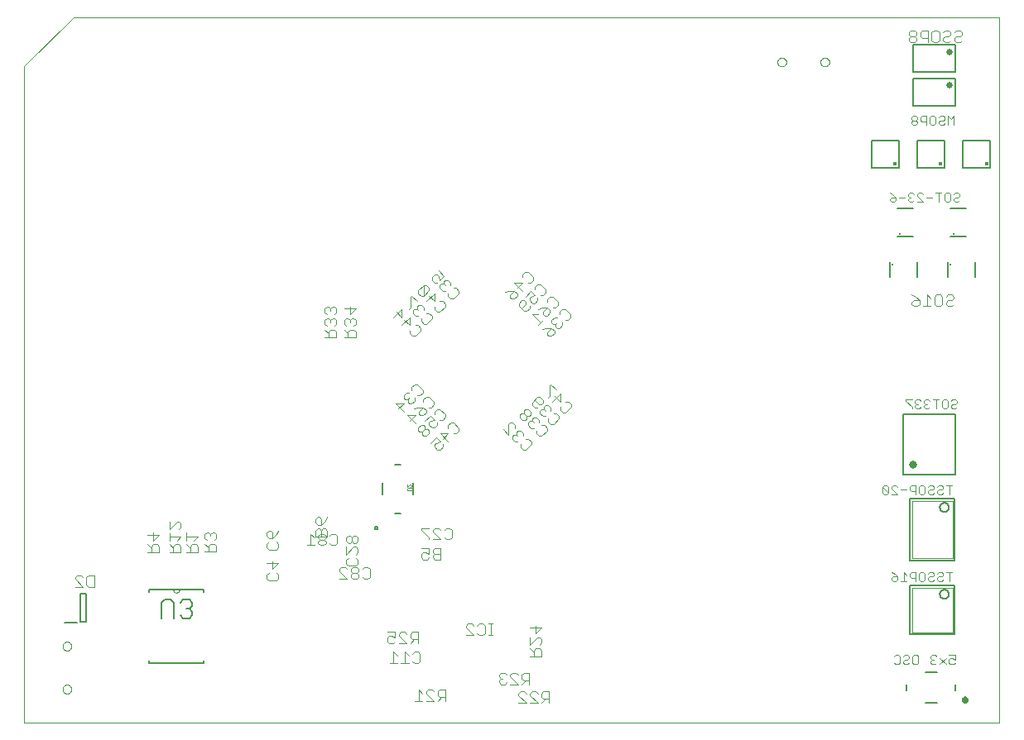
<source format=gbo>
G75*
%MOIN*%
%OFA0B0*%
%FSLAX25Y25*%
%IPPOS*%
%LPD*%
%AMOC8*
5,1,8,0,0,1.08239X$1,22.5*
%
%ADD10C,0.00000*%
%ADD11C,0.00300*%
%ADD12C,0.00400*%
%ADD13C,0.00787*%
%ADD14C,0.00600*%
%ADD15C,0.00800*%
%ADD16C,0.00500*%
%ADD17C,0.00100*%
%ADD18C,0.02559*%
%ADD19C,0.01575*%
%ADD20C,0.00787*%
%ADD21C,0.03150*%
%ADD22C,0.00200*%
D10*
X0007350Y0002825D02*
X0007350Y0267340D01*
X0027035Y0287025D01*
X0399962Y0287025D01*
X0399962Y0002825D01*
X0007350Y0002825D01*
X0022728Y0016214D02*
X0022730Y0016298D01*
X0022736Y0016381D01*
X0022746Y0016464D01*
X0022760Y0016547D01*
X0022777Y0016629D01*
X0022799Y0016710D01*
X0022824Y0016789D01*
X0022853Y0016868D01*
X0022886Y0016945D01*
X0022922Y0017020D01*
X0022962Y0017094D01*
X0023005Y0017166D01*
X0023052Y0017235D01*
X0023102Y0017302D01*
X0023155Y0017367D01*
X0023211Y0017429D01*
X0023269Y0017489D01*
X0023331Y0017546D01*
X0023395Y0017599D01*
X0023462Y0017650D01*
X0023531Y0017697D01*
X0023602Y0017742D01*
X0023675Y0017782D01*
X0023750Y0017819D01*
X0023827Y0017853D01*
X0023905Y0017883D01*
X0023984Y0017909D01*
X0024065Y0017932D01*
X0024147Y0017950D01*
X0024229Y0017965D01*
X0024312Y0017976D01*
X0024395Y0017983D01*
X0024479Y0017986D01*
X0024563Y0017985D01*
X0024646Y0017980D01*
X0024730Y0017971D01*
X0024812Y0017958D01*
X0024894Y0017942D01*
X0024975Y0017921D01*
X0025056Y0017897D01*
X0025134Y0017869D01*
X0025212Y0017837D01*
X0025288Y0017801D01*
X0025362Y0017762D01*
X0025434Y0017720D01*
X0025504Y0017674D01*
X0025572Y0017625D01*
X0025637Y0017573D01*
X0025700Y0017518D01*
X0025760Y0017460D01*
X0025818Y0017399D01*
X0025872Y0017335D01*
X0025924Y0017269D01*
X0025972Y0017201D01*
X0026017Y0017130D01*
X0026058Y0017057D01*
X0026097Y0016983D01*
X0026131Y0016907D01*
X0026162Y0016829D01*
X0026189Y0016750D01*
X0026213Y0016669D01*
X0026232Y0016588D01*
X0026248Y0016506D01*
X0026260Y0016423D01*
X0026268Y0016339D01*
X0026272Y0016256D01*
X0026272Y0016172D01*
X0026268Y0016089D01*
X0026260Y0016005D01*
X0026248Y0015922D01*
X0026232Y0015840D01*
X0026213Y0015759D01*
X0026189Y0015678D01*
X0026162Y0015599D01*
X0026131Y0015521D01*
X0026097Y0015445D01*
X0026058Y0015371D01*
X0026017Y0015298D01*
X0025972Y0015227D01*
X0025924Y0015159D01*
X0025872Y0015093D01*
X0025818Y0015029D01*
X0025760Y0014968D01*
X0025700Y0014910D01*
X0025637Y0014855D01*
X0025572Y0014803D01*
X0025504Y0014754D01*
X0025434Y0014708D01*
X0025362Y0014666D01*
X0025288Y0014627D01*
X0025212Y0014591D01*
X0025134Y0014559D01*
X0025056Y0014531D01*
X0024975Y0014507D01*
X0024894Y0014486D01*
X0024812Y0014470D01*
X0024730Y0014457D01*
X0024646Y0014448D01*
X0024563Y0014443D01*
X0024479Y0014442D01*
X0024395Y0014445D01*
X0024312Y0014452D01*
X0024229Y0014463D01*
X0024147Y0014478D01*
X0024065Y0014496D01*
X0023984Y0014519D01*
X0023905Y0014545D01*
X0023827Y0014575D01*
X0023750Y0014609D01*
X0023675Y0014646D01*
X0023602Y0014686D01*
X0023531Y0014731D01*
X0023462Y0014778D01*
X0023395Y0014829D01*
X0023331Y0014882D01*
X0023269Y0014939D01*
X0023211Y0014999D01*
X0023155Y0015061D01*
X0023102Y0015126D01*
X0023052Y0015193D01*
X0023005Y0015262D01*
X0022962Y0015334D01*
X0022922Y0015408D01*
X0022886Y0015483D01*
X0022853Y0015560D01*
X0022824Y0015639D01*
X0022799Y0015718D01*
X0022777Y0015799D01*
X0022760Y0015881D01*
X0022746Y0015964D01*
X0022736Y0016047D01*
X0022730Y0016130D01*
X0022728Y0016214D01*
X0022728Y0033536D02*
X0022730Y0033620D01*
X0022736Y0033703D01*
X0022746Y0033786D01*
X0022760Y0033869D01*
X0022777Y0033951D01*
X0022799Y0034032D01*
X0022824Y0034111D01*
X0022853Y0034190D01*
X0022886Y0034267D01*
X0022922Y0034342D01*
X0022962Y0034416D01*
X0023005Y0034488D01*
X0023052Y0034557D01*
X0023102Y0034624D01*
X0023155Y0034689D01*
X0023211Y0034751D01*
X0023269Y0034811D01*
X0023331Y0034868D01*
X0023395Y0034921D01*
X0023462Y0034972D01*
X0023531Y0035019D01*
X0023602Y0035064D01*
X0023675Y0035104D01*
X0023750Y0035141D01*
X0023827Y0035175D01*
X0023905Y0035205D01*
X0023984Y0035231D01*
X0024065Y0035254D01*
X0024147Y0035272D01*
X0024229Y0035287D01*
X0024312Y0035298D01*
X0024395Y0035305D01*
X0024479Y0035308D01*
X0024563Y0035307D01*
X0024646Y0035302D01*
X0024730Y0035293D01*
X0024812Y0035280D01*
X0024894Y0035264D01*
X0024975Y0035243D01*
X0025056Y0035219D01*
X0025134Y0035191D01*
X0025212Y0035159D01*
X0025288Y0035123D01*
X0025362Y0035084D01*
X0025434Y0035042D01*
X0025504Y0034996D01*
X0025572Y0034947D01*
X0025637Y0034895D01*
X0025700Y0034840D01*
X0025760Y0034782D01*
X0025818Y0034721D01*
X0025872Y0034657D01*
X0025924Y0034591D01*
X0025972Y0034523D01*
X0026017Y0034452D01*
X0026058Y0034379D01*
X0026097Y0034305D01*
X0026131Y0034229D01*
X0026162Y0034151D01*
X0026189Y0034072D01*
X0026213Y0033991D01*
X0026232Y0033910D01*
X0026248Y0033828D01*
X0026260Y0033745D01*
X0026268Y0033661D01*
X0026272Y0033578D01*
X0026272Y0033494D01*
X0026268Y0033411D01*
X0026260Y0033327D01*
X0026248Y0033244D01*
X0026232Y0033162D01*
X0026213Y0033081D01*
X0026189Y0033000D01*
X0026162Y0032921D01*
X0026131Y0032843D01*
X0026097Y0032767D01*
X0026058Y0032693D01*
X0026017Y0032620D01*
X0025972Y0032549D01*
X0025924Y0032481D01*
X0025872Y0032415D01*
X0025818Y0032351D01*
X0025760Y0032290D01*
X0025700Y0032232D01*
X0025637Y0032177D01*
X0025572Y0032125D01*
X0025504Y0032076D01*
X0025434Y0032030D01*
X0025362Y0031988D01*
X0025288Y0031949D01*
X0025212Y0031913D01*
X0025134Y0031881D01*
X0025056Y0031853D01*
X0024975Y0031829D01*
X0024894Y0031808D01*
X0024812Y0031792D01*
X0024730Y0031779D01*
X0024646Y0031770D01*
X0024563Y0031765D01*
X0024479Y0031764D01*
X0024395Y0031767D01*
X0024312Y0031774D01*
X0024229Y0031785D01*
X0024147Y0031800D01*
X0024065Y0031818D01*
X0023984Y0031841D01*
X0023905Y0031867D01*
X0023827Y0031897D01*
X0023750Y0031931D01*
X0023675Y0031968D01*
X0023602Y0032008D01*
X0023531Y0032053D01*
X0023462Y0032100D01*
X0023395Y0032151D01*
X0023331Y0032204D01*
X0023269Y0032261D01*
X0023211Y0032321D01*
X0023155Y0032383D01*
X0023102Y0032448D01*
X0023052Y0032515D01*
X0023005Y0032584D01*
X0022962Y0032656D01*
X0022922Y0032730D01*
X0022886Y0032805D01*
X0022853Y0032882D01*
X0022824Y0032961D01*
X0022799Y0033040D01*
X0022777Y0033121D01*
X0022760Y0033203D01*
X0022746Y0033286D01*
X0022736Y0033369D01*
X0022730Y0033452D01*
X0022728Y0033536D01*
X0067325Y0056325D02*
X0067327Y0056256D01*
X0067333Y0056188D01*
X0067343Y0056120D01*
X0067356Y0056053D01*
X0067374Y0055987D01*
X0067395Y0055922D01*
X0067420Y0055858D01*
X0067448Y0055796D01*
X0067480Y0055735D01*
X0067515Y0055676D01*
X0067554Y0055620D01*
X0067596Y0055565D01*
X0067641Y0055514D01*
X0067689Y0055464D01*
X0067739Y0055418D01*
X0067792Y0055375D01*
X0067848Y0055334D01*
X0067905Y0055297D01*
X0067965Y0055264D01*
X0068027Y0055233D01*
X0068090Y0055207D01*
X0068154Y0055184D01*
X0068220Y0055164D01*
X0068287Y0055149D01*
X0068354Y0055137D01*
X0068422Y0055129D01*
X0068491Y0055125D01*
X0068559Y0055125D01*
X0068628Y0055129D01*
X0068696Y0055137D01*
X0068763Y0055149D01*
X0068830Y0055164D01*
X0068896Y0055184D01*
X0068960Y0055207D01*
X0069023Y0055233D01*
X0069085Y0055264D01*
X0069145Y0055297D01*
X0069202Y0055334D01*
X0069258Y0055375D01*
X0069311Y0055418D01*
X0069361Y0055464D01*
X0069409Y0055514D01*
X0069454Y0055565D01*
X0069496Y0055620D01*
X0069535Y0055676D01*
X0069570Y0055735D01*
X0069602Y0055796D01*
X0069630Y0055858D01*
X0069655Y0055922D01*
X0069676Y0055987D01*
X0069694Y0056053D01*
X0069707Y0056120D01*
X0069717Y0056188D01*
X0069723Y0056256D01*
X0069725Y0056325D01*
X0310592Y0269025D02*
X0310594Y0269109D01*
X0310600Y0269192D01*
X0310610Y0269275D01*
X0310624Y0269358D01*
X0310641Y0269440D01*
X0310663Y0269521D01*
X0310688Y0269600D01*
X0310717Y0269679D01*
X0310750Y0269756D01*
X0310786Y0269831D01*
X0310826Y0269905D01*
X0310869Y0269977D01*
X0310916Y0270046D01*
X0310966Y0270113D01*
X0311019Y0270178D01*
X0311075Y0270240D01*
X0311133Y0270300D01*
X0311195Y0270357D01*
X0311259Y0270410D01*
X0311326Y0270461D01*
X0311395Y0270508D01*
X0311466Y0270553D01*
X0311539Y0270593D01*
X0311614Y0270630D01*
X0311691Y0270664D01*
X0311769Y0270694D01*
X0311848Y0270720D01*
X0311929Y0270743D01*
X0312011Y0270761D01*
X0312093Y0270776D01*
X0312176Y0270787D01*
X0312259Y0270794D01*
X0312343Y0270797D01*
X0312427Y0270796D01*
X0312510Y0270791D01*
X0312594Y0270782D01*
X0312676Y0270769D01*
X0312758Y0270753D01*
X0312839Y0270732D01*
X0312920Y0270708D01*
X0312998Y0270680D01*
X0313076Y0270648D01*
X0313152Y0270612D01*
X0313226Y0270573D01*
X0313298Y0270531D01*
X0313368Y0270485D01*
X0313436Y0270436D01*
X0313501Y0270384D01*
X0313564Y0270329D01*
X0313624Y0270271D01*
X0313682Y0270210D01*
X0313736Y0270146D01*
X0313788Y0270080D01*
X0313836Y0270012D01*
X0313881Y0269941D01*
X0313922Y0269868D01*
X0313961Y0269794D01*
X0313995Y0269718D01*
X0314026Y0269640D01*
X0314053Y0269561D01*
X0314077Y0269480D01*
X0314096Y0269399D01*
X0314112Y0269317D01*
X0314124Y0269234D01*
X0314132Y0269150D01*
X0314136Y0269067D01*
X0314136Y0268983D01*
X0314132Y0268900D01*
X0314124Y0268816D01*
X0314112Y0268733D01*
X0314096Y0268651D01*
X0314077Y0268570D01*
X0314053Y0268489D01*
X0314026Y0268410D01*
X0313995Y0268332D01*
X0313961Y0268256D01*
X0313922Y0268182D01*
X0313881Y0268109D01*
X0313836Y0268038D01*
X0313788Y0267970D01*
X0313736Y0267904D01*
X0313682Y0267840D01*
X0313624Y0267779D01*
X0313564Y0267721D01*
X0313501Y0267666D01*
X0313436Y0267614D01*
X0313368Y0267565D01*
X0313298Y0267519D01*
X0313226Y0267477D01*
X0313152Y0267438D01*
X0313076Y0267402D01*
X0312998Y0267370D01*
X0312920Y0267342D01*
X0312839Y0267318D01*
X0312758Y0267297D01*
X0312676Y0267281D01*
X0312594Y0267268D01*
X0312510Y0267259D01*
X0312427Y0267254D01*
X0312343Y0267253D01*
X0312259Y0267256D01*
X0312176Y0267263D01*
X0312093Y0267274D01*
X0312011Y0267289D01*
X0311929Y0267307D01*
X0311848Y0267330D01*
X0311769Y0267356D01*
X0311691Y0267386D01*
X0311614Y0267420D01*
X0311539Y0267457D01*
X0311466Y0267497D01*
X0311395Y0267542D01*
X0311326Y0267589D01*
X0311259Y0267640D01*
X0311195Y0267693D01*
X0311133Y0267750D01*
X0311075Y0267810D01*
X0311019Y0267872D01*
X0310966Y0267937D01*
X0310916Y0268004D01*
X0310869Y0268073D01*
X0310826Y0268145D01*
X0310786Y0268219D01*
X0310750Y0268294D01*
X0310717Y0268371D01*
X0310688Y0268450D01*
X0310663Y0268529D01*
X0310641Y0268610D01*
X0310624Y0268692D01*
X0310610Y0268775D01*
X0310600Y0268858D01*
X0310594Y0268941D01*
X0310592Y0269025D01*
X0327914Y0269025D02*
X0327916Y0269109D01*
X0327922Y0269192D01*
X0327932Y0269275D01*
X0327946Y0269358D01*
X0327963Y0269440D01*
X0327985Y0269521D01*
X0328010Y0269600D01*
X0328039Y0269679D01*
X0328072Y0269756D01*
X0328108Y0269831D01*
X0328148Y0269905D01*
X0328191Y0269977D01*
X0328238Y0270046D01*
X0328288Y0270113D01*
X0328341Y0270178D01*
X0328397Y0270240D01*
X0328455Y0270300D01*
X0328517Y0270357D01*
X0328581Y0270410D01*
X0328648Y0270461D01*
X0328717Y0270508D01*
X0328788Y0270553D01*
X0328861Y0270593D01*
X0328936Y0270630D01*
X0329013Y0270664D01*
X0329091Y0270694D01*
X0329170Y0270720D01*
X0329251Y0270743D01*
X0329333Y0270761D01*
X0329415Y0270776D01*
X0329498Y0270787D01*
X0329581Y0270794D01*
X0329665Y0270797D01*
X0329749Y0270796D01*
X0329832Y0270791D01*
X0329916Y0270782D01*
X0329998Y0270769D01*
X0330080Y0270753D01*
X0330161Y0270732D01*
X0330242Y0270708D01*
X0330320Y0270680D01*
X0330398Y0270648D01*
X0330474Y0270612D01*
X0330548Y0270573D01*
X0330620Y0270531D01*
X0330690Y0270485D01*
X0330758Y0270436D01*
X0330823Y0270384D01*
X0330886Y0270329D01*
X0330946Y0270271D01*
X0331004Y0270210D01*
X0331058Y0270146D01*
X0331110Y0270080D01*
X0331158Y0270012D01*
X0331203Y0269941D01*
X0331244Y0269868D01*
X0331283Y0269794D01*
X0331317Y0269718D01*
X0331348Y0269640D01*
X0331375Y0269561D01*
X0331399Y0269480D01*
X0331418Y0269399D01*
X0331434Y0269317D01*
X0331446Y0269234D01*
X0331454Y0269150D01*
X0331458Y0269067D01*
X0331458Y0268983D01*
X0331454Y0268900D01*
X0331446Y0268816D01*
X0331434Y0268733D01*
X0331418Y0268651D01*
X0331399Y0268570D01*
X0331375Y0268489D01*
X0331348Y0268410D01*
X0331317Y0268332D01*
X0331283Y0268256D01*
X0331244Y0268182D01*
X0331203Y0268109D01*
X0331158Y0268038D01*
X0331110Y0267970D01*
X0331058Y0267904D01*
X0331004Y0267840D01*
X0330946Y0267779D01*
X0330886Y0267721D01*
X0330823Y0267666D01*
X0330758Y0267614D01*
X0330690Y0267565D01*
X0330620Y0267519D01*
X0330548Y0267477D01*
X0330474Y0267438D01*
X0330398Y0267402D01*
X0330320Y0267370D01*
X0330242Y0267342D01*
X0330161Y0267318D01*
X0330080Y0267297D01*
X0329998Y0267281D01*
X0329916Y0267268D01*
X0329832Y0267259D01*
X0329749Y0267254D01*
X0329665Y0267253D01*
X0329581Y0267256D01*
X0329498Y0267263D01*
X0329415Y0267274D01*
X0329333Y0267289D01*
X0329251Y0267307D01*
X0329170Y0267330D01*
X0329091Y0267356D01*
X0329013Y0267386D01*
X0328936Y0267420D01*
X0328861Y0267457D01*
X0328788Y0267497D01*
X0328717Y0267542D01*
X0328648Y0267589D01*
X0328581Y0267640D01*
X0328517Y0267693D01*
X0328455Y0267750D01*
X0328397Y0267810D01*
X0328341Y0267872D01*
X0328288Y0267937D01*
X0328238Y0268004D01*
X0328191Y0268073D01*
X0328148Y0268145D01*
X0328108Y0268219D01*
X0328072Y0268294D01*
X0328039Y0268371D01*
X0328010Y0268450D01*
X0327985Y0268529D01*
X0327963Y0268610D01*
X0327946Y0268692D01*
X0327932Y0268775D01*
X0327922Y0268858D01*
X0327916Y0268941D01*
X0327914Y0269025D01*
D11*
X0364476Y0246752D02*
X0364476Y0246134D01*
X0365093Y0245517D01*
X0366328Y0245517D01*
X0366945Y0246134D01*
X0366945Y0246752D01*
X0366328Y0247369D01*
X0365093Y0247369D01*
X0364476Y0246752D01*
X0365093Y0245517D02*
X0364476Y0244900D01*
X0364476Y0244283D01*
X0365093Y0243666D01*
X0366328Y0243666D01*
X0366945Y0244283D01*
X0366945Y0244900D01*
X0366328Y0245517D01*
X0368159Y0245517D02*
X0368777Y0244900D01*
X0370628Y0244900D01*
X0370628Y0243666D02*
X0370628Y0247369D01*
X0368777Y0247369D01*
X0368159Y0246752D01*
X0368159Y0245517D01*
X0371842Y0244283D02*
X0372460Y0243666D01*
X0373694Y0243666D01*
X0374311Y0244283D01*
X0374311Y0246752D01*
X0373694Y0247369D01*
X0372460Y0247369D01*
X0371842Y0246752D01*
X0371842Y0244283D01*
X0375526Y0244283D02*
X0376143Y0243666D01*
X0377377Y0243666D01*
X0377994Y0244283D01*
X0379209Y0243666D02*
X0379209Y0247369D01*
X0380443Y0246134D01*
X0381678Y0247369D01*
X0381678Y0243666D01*
X0377994Y0246134D02*
X0377377Y0245517D01*
X0376143Y0245517D01*
X0375526Y0244900D01*
X0375526Y0244283D01*
X0375526Y0246752D02*
X0376143Y0247369D01*
X0377377Y0247369D01*
X0377994Y0246752D01*
X0377994Y0246134D01*
X0377394Y0132921D02*
X0376788Y0132314D01*
X0376788Y0129888D01*
X0377394Y0129281D01*
X0378608Y0129281D01*
X0379214Y0129888D01*
X0379214Y0132314D01*
X0378608Y0132921D01*
X0377394Y0132921D01*
X0375589Y0132921D02*
X0373162Y0132921D01*
X0374376Y0132921D02*
X0374376Y0129281D01*
X0371964Y0129888D02*
X0371357Y0129281D01*
X0370144Y0129281D01*
X0369537Y0129888D01*
X0369537Y0130494D01*
X0370144Y0131101D01*
X0370751Y0131101D01*
X0370144Y0131101D02*
X0369537Y0131708D01*
X0369537Y0132314D01*
X0370144Y0132921D01*
X0371357Y0132921D01*
X0371964Y0132314D01*
X0368339Y0132314D02*
X0367732Y0132921D01*
X0366519Y0132921D01*
X0365912Y0132314D01*
X0365912Y0131708D01*
X0366519Y0131101D01*
X0365912Y0130494D01*
X0365912Y0129888D01*
X0366519Y0129281D01*
X0367732Y0129281D01*
X0368339Y0129888D01*
X0367126Y0131101D02*
X0366519Y0131101D01*
X0364714Y0129888D02*
X0362287Y0132314D01*
X0362287Y0132921D01*
X0364714Y0132921D01*
X0364714Y0129888D02*
X0364714Y0129281D01*
X0380413Y0129888D02*
X0381019Y0129281D01*
X0382233Y0129281D01*
X0382839Y0129888D01*
X0382233Y0131101D02*
X0381019Y0131101D01*
X0380413Y0130494D01*
X0380413Y0129888D01*
X0382233Y0131101D02*
X0382839Y0131708D01*
X0382839Y0132314D01*
X0382233Y0132921D01*
X0381019Y0132921D01*
X0380413Y0132314D01*
X0379581Y0029953D02*
X0382050Y0029953D01*
X0382050Y0028102D01*
X0380816Y0028719D01*
X0380198Y0028719D01*
X0379581Y0028102D01*
X0379581Y0026867D01*
X0380198Y0026250D01*
X0381433Y0026250D01*
X0382050Y0026867D01*
X0378367Y0026250D02*
X0375898Y0028719D01*
X0374684Y0029336D02*
X0374067Y0029953D01*
X0372832Y0029953D01*
X0372215Y0029336D01*
X0372215Y0028719D01*
X0372832Y0028102D01*
X0372215Y0027484D01*
X0372215Y0026867D01*
X0372832Y0026250D01*
X0374067Y0026250D01*
X0374684Y0026867D01*
X0375898Y0026250D02*
X0378367Y0028719D01*
X0373449Y0028102D02*
X0372832Y0028102D01*
X0367317Y0029336D02*
X0366700Y0029953D01*
X0365466Y0029953D01*
X0364849Y0029336D01*
X0364849Y0026867D01*
X0365466Y0026250D01*
X0366700Y0026250D01*
X0367317Y0026867D01*
X0367317Y0029336D01*
X0363634Y0029336D02*
X0363017Y0029953D01*
X0361783Y0029953D01*
X0361166Y0029336D01*
X0359951Y0029336D02*
X0359334Y0029953D01*
X0358100Y0029953D01*
X0357482Y0029336D01*
X0357482Y0026867D02*
X0358100Y0026250D01*
X0359334Y0026250D01*
X0359951Y0026867D01*
X0359951Y0029336D01*
X0361783Y0028102D02*
X0361166Y0027484D01*
X0361166Y0026867D01*
X0361783Y0026250D01*
X0363017Y0026250D01*
X0363634Y0026867D01*
X0363017Y0028102D02*
X0361783Y0028102D01*
X0363017Y0028102D02*
X0363634Y0028719D01*
X0363634Y0029336D01*
D12*
X0362597Y0059750D02*
X0360195Y0059750D01*
X0361396Y0059750D02*
X0361396Y0063353D01*
X0362597Y0062152D01*
X0363878Y0062753D02*
X0363878Y0061552D01*
X0364478Y0060951D01*
X0366280Y0060951D01*
X0366280Y0059750D02*
X0366280Y0063353D01*
X0364478Y0063353D01*
X0363878Y0062753D01*
X0367561Y0062753D02*
X0367561Y0060351D01*
X0368162Y0059750D01*
X0369363Y0059750D01*
X0369963Y0060351D01*
X0369963Y0062753D01*
X0369363Y0063353D01*
X0368162Y0063353D01*
X0367561Y0062753D01*
X0371244Y0062753D02*
X0371845Y0063353D01*
X0373046Y0063353D01*
X0373646Y0062753D01*
X0373646Y0062152D01*
X0373046Y0061552D01*
X0371845Y0061552D01*
X0371244Y0060951D01*
X0371244Y0060351D01*
X0371845Y0059750D01*
X0373046Y0059750D01*
X0373646Y0060351D01*
X0374927Y0060351D02*
X0375528Y0059750D01*
X0376729Y0059750D01*
X0377329Y0060351D01*
X0376729Y0061552D02*
X0377329Y0062152D01*
X0377329Y0062753D01*
X0376729Y0063353D01*
X0375528Y0063353D01*
X0374927Y0062753D01*
X0375528Y0061552D02*
X0374927Y0060951D01*
X0374927Y0060351D01*
X0375528Y0061552D02*
X0376729Y0061552D01*
X0378610Y0063353D02*
X0381012Y0063353D01*
X0379811Y0063353D02*
X0379811Y0059750D01*
X0358914Y0060351D02*
X0358313Y0059750D01*
X0357112Y0059750D01*
X0356512Y0060351D01*
X0356512Y0060951D01*
X0357112Y0061552D01*
X0358914Y0061552D01*
X0358914Y0060351D01*
X0358914Y0061552D02*
X0357713Y0062753D01*
X0356512Y0063353D01*
X0356512Y0094772D02*
X0358914Y0094772D01*
X0356512Y0097174D01*
X0356512Y0097774D01*
X0357112Y0098375D01*
X0358313Y0098375D01*
X0358914Y0097774D01*
X0360195Y0096573D02*
X0362597Y0096573D01*
X0363878Y0096573D02*
X0364478Y0095973D01*
X0366280Y0095973D01*
X0366280Y0094772D02*
X0366280Y0098375D01*
X0364478Y0098375D01*
X0363878Y0097774D01*
X0363878Y0096573D01*
X0367561Y0095372D02*
X0367561Y0097774D01*
X0368162Y0098375D01*
X0369363Y0098375D01*
X0369963Y0097774D01*
X0369963Y0095372D01*
X0369363Y0094772D01*
X0368162Y0094772D01*
X0367561Y0095372D01*
X0371244Y0095372D02*
X0371845Y0094772D01*
X0373046Y0094772D01*
X0373646Y0095372D01*
X0374927Y0095372D02*
X0375528Y0094772D01*
X0376729Y0094772D01*
X0377329Y0095372D01*
X0376729Y0096573D02*
X0377329Y0097174D01*
X0377329Y0097774D01*
X0376729Y0098375D01*
X0375528Y0098375D01*
X0374927Y0097774D01*
X0373646Y0097774D02*
X0373646Y0097174D01*
X0373046Y0096573D01*
X0371845Y0096573D01*
X0371244Y0095973D01*
X0371244Y0095372D01*
X0371244Y0097774D02*
X0371845Y0098375D01*
X0373046Y0098375D01*
X0373646Y0097774D01*
X0374927Y0095973D02*
X0374927Y0095372D01*
X0374927Y0095973D02*
X0375528Y0096573D01*
X0376729Y0096573D01*
X0378610Y0098375D02*
X0381012Y0098375D01*
X0379811Y0098375D02*
X0379811Y0094772D01*
X0355230Y0095372D02*
X0352828Y0097774D01*
X0352828Y0095372D01*
X0353429Y0094772D01*
X0354630Y0094772D01*
X0355230Y0095372D01*
X0355230Y0097774D01*
X0354630Y0098375D01*
X0353429Y0098375D01*
X0352828Y0097774D01*
X0365424Y0170638D02*
X0364656Y0171405D01*
X0364656Y0172172D01*
X0365424Y0172939D01*
X0367726Y0172939D01*
X0367726Y0171405D01*
X0366958Y0170638D01*
X0365424Y0170638D01*
X0367726Y0172939D02*
X0366191Y0174474D01*
X0364656Y0175241D01*
X0370795Y0175241D02*
X0370795Y0170638D01*
X0372330Y0170638D02*
X0369260Y0170638D01*
X0372330Y0173707D02*
X0370795Y0175241D01*
X0373864Y0174474D02*
X0373864Y0171405D01*
X0374632Y0170638D01*
X0376166Y0170638D01*
X0376934Y0171405D01*
X0376934Y0174474D01*
X0376166Y0175241D01*
X0374632Y0175241D01*
X0373864Y0174474D01*
X0378468Y0174474D02*
X0379236Y0175241D01*
X0380770Y0175241D01*
X0381537Y0174474D01*
X0381537Y0173707D01*
X0380770Y0172939D01*
X0379236Y0172939D01*
X0378468Y0172172D01*
X0378468Y0171405D01*
X0379236Y0170638D01*
X0380770Y0170638D01*
X0381537Y0171405D01*
X0382161Y0212625D02*
X0383362Y0212625D01*
X0383962Y0213226D01*
X0383362Y0214427D02*
X0382161Y0214427D01*
X0381560Y0213826D01*
X0381560Y0213226D01*
X0382161Y0212625D01*
X0380279Y0213226D02*
X0380279Y0215628D01*
X0379679Y0216228D01*
X0378478Y0216228D01*
X0377877Y0215628D01*
X0377877Y0213226D01*
X0378478Y0212625D01*
X0379679Y0212625D01*
X0380279Y0213226D01*
X0381560Y0215628D02*
X0382161Y0216228D01*
X0383362Y0216228D01*
X0383962Y0215628D01*
X0383962Y0215027D01*
X0383362Y0214427D01*
X0376596Y0216228D02*
X0374194Y0216228D01*
X0375395Y0216228D02*
X0375395Y0212625D01*
X0372913Y0214427D02*
X0370511Y0214427D01*
X0369230Y0215628D02*
X0368629Y0216228D01*
X0367428Y0216228D01*
X0366828Y0215628D01*
X0366828Y0215027D01*
X0369230Y0212625D01*
X0366828Y0212625D01*
X0365547Y0213226D02*
X0364946Y0212625D01*
X0363745Y0212625D01*
X0363145Y0213226D01*
X0363145Y0213826D01*
X0363745Y0214427D01*
X0364346Y0214427D01*
X0363745Y0214427D02*
X0363145Y0215027D01*
X0363145Y0215628D01*
X0363745Y0216228D01*
X0364946Y0216228D01*
X0365547Y0215628D01*
X0361864Y0214427D02*
X0359462Y0214427D01*
X0358180Y0214427D02*
X0356379Y0214427D01*
X0355778Y0213826D01*
X0355778Y0213226D01*
X0356379Y0212625D01*
X0357580Y0212625D01*
X0358180Y0213226D01*
X0358180Y0214427D01*
X0356979Y0215628D01*
X0355778Y0216228D01*
X0364223Y0277085D02*
X0365758Y0277085D01*
X0366525Y0277852D01*
X0366525Y0278620D01*
X0365758Y0279387D01*
X0364223Y0279387D01*
X0363456Y0278620D01*
X0363456Y0277852D01*
X0364223Y0277085D01*
X0364223Y0279387D02*
X0363456Y0280154D01*
X0363456Y0280922D01*
X0364223Y0281689D01*
X0365758Y0281689D01*
X0366525Y0280922D01*
X0366525Y0280154D01*
X0365758Y0279387D01*
X0368060Y0279387D02*
X0368827Y0278620D01*
X0371129Y0278620D01*
X0371129Y0277085D02*
X0371129Y0281689D01*
X0368827Y0281689D01*
X0368060Y0280922D01*
X0368060Y0279387D01*
X0372664Y0277852D02*
X0372664Y0280922D01*
X0373431Y0281689D01*
X0374966Y0281689D01*
X0375733Y0280922D01*
X0375733Y0277852D01*
X0374966Y0277085D01*
X0373431Y0277085D01*
X0372664Y0277852D01*
X0377268Y0277852D02*
X0378035Y0277085D01*
X0379570Y0277085D01*
X0380337Y0277852D01*
X0381871Y0277852D02*
X0382639Y0277085D01*
X0384173Y0277085D01*
X0384941Y0277852D01*
X0384173Y0279387D02*
X0382639Y0279387D01*
X0381871Y0278620D01*
X0381871Y0277852D01*
X0379570Y0279387D02*
X0378035Y0279387D01*
X0377268Y0278620D01*
X0377268Y0277852D01*
X0379570Y0279387D02*
X0380337Y0280154D01*
X0380337Y0280922D01*
X0379570Y0281689D01*
X0378035Y0281689D01*
X0377268Y0280922D01*
X0381871Y0280922D02*
X0382639Y0281689D01*
X0384173Y0281689D01*
X0384941Y0280922D01*
X0384941Y0280154D01*
X0384173Y0279387D01*
X0227252Y0167263D02*
X0227252Y0166178D01*
X0226166Y0165093D01*
X0225081Y0165093D01*
X0223996Y0164007D02*
X0223996Y0162922D01*
X0222911Y0161837D01*
X0221826Y0161837D01*
X0221283Y0162380D01*
X0221283Y0163465D01*
X0221826Y0164007D01*
X0221283Y0163465D02*
X0220198Y0163465D01*
X0219655Y0164007D01*
X0219655Y0165093D01*
X0220741Y0166178D01*
X0221826Y0166178D01*
X0222911Y0167263D02*
X0222911Y0168348D01*
X0223996Y0169433D01*
X0225081Y0169433D01*
X0227252Y0167263D01*
X0222252Y0171178D02*
X0221166Y0170093D01*
X0220081Y0170093D01*
X0218996Y0169007D02*
X0218996Y0167922D01*
X0217911Y0166837D01*
X0216826Y0166837D01*
X0216283Y0167380D01*
X0216283Y0168465D01*
X0217911Y0170093D01*
X0218996Y0169007D01*
X0217911Y0170093D02*
X0215741Y0170093D01*
X0214113Y0169550D01*
X0214113Y0167380D02*
X0211943Y0167380D01*
X0215198Y0164124D01*
X0216283Y0165209D02*
X0214113Y0163039D01*
X0215857Y0161295D02*
X0217485Y0161837D01*
X0219655Y0161837D01*
X0218028Y0160209D01*
X0218028Y0159124D01*
X0218570Y0158582D01*
X0219655Y0158582D01*
X0220741Y0159667D01*
X0220741Y0160752D01*
X0219655Y0161837D01*
X0210741Y0169667D02*
X0209655Y0168582D01*
X0208570Y0168582D01*
X0206400Y0170752D01*
X0206400Y0171837D01*
X0207485Y0172922D01*
X0208570Y0172922D01*
X0209113Y0172380D01*
X0209113Y0171295D01*
X0207485Y0169667D01*
X0210741Y0169667D02*
X0210741Y0170752D01*
X0211826Y0171837D02*
X0212911Y0171837D01*
X0213996Y0172922D01*
X0213996Y0174007D01*
X0212911Y0175093D02*
X0211283Y0174550D01*
X0210741Y0174007D01*
X0210741Y0172922D01*
X0211826Y0171837D01*
X0212911Y0175093D02*
X0211283Y0176720D01*
X0209113Y0174550D01*
X0207911Y0176837D02*
X0204655Y0180093D01*
X0207911Y0180093D01*
X0205741Y0177922D01*
X0204655Y0176837D02*
X0203028Y0175209D01*
X0203028Y0174124D01*
X0203570Y0173582D01*
X0204655Y0173582D01*
X0205741Y0174667D01*
X0205741Y0175752D01*
X0204655Y0176837D01*
X0202485Y0176837D01*
X0200857Y0176295D01*
X0207911Y0182263D02*
X0207911Y0183348D01*
X0208996Y0184433D01*
X0210081Y0184433D01*
X0212252Y0182263D01*
X0212252Y0181178D01*
X0211166Y0180093D01*
X0210081Y0180093D01*
X0212911Y0178348D02*
X0213996Y0179433D01*
X0215081Y0179433D01*
X0217252Y0177263D01*
X0217252Y0176178D01*
X0216166Y0175093D01*
X0215081Y0175093D01*
X0212911Y0177263D02*
X0212911Y0178348D01*
X0217911Y0173348D02*
X0218996Y0174433D01*
X0220081Y0174433D01*
X0222252Y0172263D01*
X0222252Y0171178D01*
X0217911Y0172263D02*
X0217911Y0173348D01*
X0182273Y0175771D02*
X0180103Y0173600D01*
X0179018Y0173600D01*
X0177933Y0174686D01*
X0177933Y0175771D01*
X0176848Y0176856D02*
X0175762Y0176856D01*
X0174677Y0177941D01*
X0174677Y0179026D01*
X0175220Y0179569D01*
X0176305Y0179569D01*
X0176848Y0179026D01*
X0176305Y0179569D02*
X0176305Y0180654D01*
X0176848Y0181196D01*
X0177933Y0181196D01*
X0179018Y0180111D01*
X0179018Y0179026D01*
X0180103Y0177941D02*
X0181188Y0177941D01*
X0182273Y0176856D01*
X0182273Y0175771D01*
X0176823Y0171531D02*
X0176823Y0170446D01*
X0174653Y0168275D01*
X0173568Y0168275D01*
X0172483Y0169361D01*
X0172483Y0170446D01*
X0172483Y0172616D02*
X0170313Y0174786D01*
X0170313Y0176957D02*
X0170313Y0178042D01*
X0169227Y0179127D01*
X0168142Y0179127D01*
X0168142Y0174786D01*
X0167057Y0174786D01*
X0165972Y0175871D01*
X0165972Y0176957D01*
X0168142Y0179127D01*
X0170313Y0176957D02*
X0168142Y0174786D01*
X0169227Y0172616D02*
X0172483Y0175871D01*
X0172483Y0172616D01*
X0174653Y0172616D02*
X0175738Y0172616D01*
X0176823Y0171531D01*
X0171411Y0166731D02*
X0171411Y0165646D01*
X0169241Y0163475D01*
X0168155Y0163475D01*
X0167070Y0164561D01*
X0167070Y0165646D01*
X0165985Y0166731D02*
X0164900Y0166731D01*
X0163815Y0167816D01*
X0163815Y0168901D01*
X0164357Y0169444D01*
X0165443Y0169444D01*
X0165985Y0168901D01*
X0165443Y0169444D02*
X0165443Y0170529D01*
X0165985Y0171071D01*
X0167070Y0171071D01*
X0168155Y0169986D01*
X0168155Y0168901D01*
X0169241Y0167816D02*
X0170326Y0167816D01*
X0171411Y0166731D01*
X0166875Y0161856D02*
X0166875Y0160771D01*
X0164705Y0158600D01*
X0163620Y0158600D01*
X0162535Y0159686D01*
X0162535Y0160771D01*
X0162535Y0162941D02*
X0160364Y0165111D01*
X0159279Y0166196D02*
X0157109Y0168367D01*
X0159279Y0169452D02*
X0159279Y0166196D01*
X0159279Y0162941D02*
X0162535Y0166196D01*
X0162535Y0162941D01*
X0164705Y0162941D02*
X0165790Y0162941D01*
X0166875Y0161856D01*
X0162187Y0169444D02*
X0162730Y0169986D01*
X0162730Y0174327D01*
X0163272Y0174870D01*
X0165443Y0172699D01*
X0159279Y0169452D02*
X0156024Y0166196D01*
X0140729Y0164981D02*
X0140729Y0163446D01*
X0139962Y0162679D01*
X0139962Y0161144D02*
X0138427Y0161144D01*
X0137660Y0160377D01*
X0137660Y0158075D01*
X0137660Y0159610D02*
X0136125Y0161144D01*
X0136892Y0162679D02*
X0136125Y0163446D01*
X0136125Y0164981D01*
X0136892Y0165748D01*
X0137660Y0165748D01*
X0138427Y0164981D01*
X0138427Y0164214D01*
X0138427Y0164981D02*
X0139194Y0165748D01*
X0139962Y0165748D01*
X0140729Y0164981D01*
X0138427Y0167283D02*
X0140729Y0169585D01*
X0136125Y0169585D01*
X0138427Y0170352D02*
X0138427Y0167283D01*
X0132916Y0168050D02*
X0132916Y0169585D01*
X0132149Y0170352D01*
X0131382Y0170352D01*
X0130614Y0169585D01*
X0129847Y0170352D01*
X0129080Y0170352D01*
X0128312Y0169585D01*
X0128312Y0168050D01*
X0129080Y0167283D01*
X0129080Y0165748D02*
X0128312Y0164981D01*
X0128312Y0163446D01*
X0129080Y0162679D01*
X0128312Y0161144D02*
X0129847Y0159610D01*
X0129847Y0160377D02*
X0129847Y0158075D01*
X0128312Y0158075D02*
X0132916Y0158075D01*
X0132916Y0160377D01*
X0132149Y0161144D01*
X0130614Y0161144D01*
X0129847Y0160377D01*
X0132149Y0162679D02*
X0132916Y0163446D01*
X0132916Y0164981D01*
X0132149Y0165748D01*
X0131382Y0165748D01*
X0130614Y0164981D01*
X0129847Y0165748D01*
X0129080Y0165748D01*
X0130614Y0164981D02*
X0130614Y0164214D01*
X0132149Y0167283D02*
X0132916Y0168050D01*
X0130614Y0168817D02*
X0130614Y0169585D01*
X0139962Y0161144D02*
X0140729Y0160377D01*
X0140729Y0158075D01*
X0136125Y0158075D01*
X0160104Y0134683D02*
X0161189Y0135768D01*
X0162274Y0135768D01*
X0163359Y0136853D02*
X0163359Y0137938D01*
X0164444Y0139023D01*
X0165529Y0139023D01*
X0167700Y0136853D01*
X0167700Y0135768D01*
X0166614Y0134683D01*
X0165529Y0134683D01*
X0164444Y0133598D02*
X0164444Y0132512D01*
X0163359Y0131427D01*
X0162274Y0131427D01*
X0161731Y0131970D01*
X0161731Y0133055D01*
X0162274Y0133598D01*
X0161731Y0133055D02*
X0160646Y0133055D01*
X0160104Y0133598D01*
X0160104Y0134683D01*
X0160104Y0131427D02*
X0157933Y0129257D01*
X0156848Y0131427D02*
X0160104Y0131427D01*
X0160104Y0128172D02*
X0156848Y0131427D01*
X0161482Y0126579D02*
X0164737Y0126579D01*
X0162567Y0124409D01*
X0164737Y0123323D02*
X0161482Y0126579D01*
X0164195Y0129292D02*
X0165823Y0129834D01*
X0167993Y0129834D01*
X0166365Y0128207D01*
X0166365Y0127122D01*
X0166908Y0126579D01*
X0167993Y0126579D01*
X0169078Y0127664D01*
X0169078Y0128749D01*
X0167993Y0129834D01*
X0170163Y0129834D02*
X0171248Y0129834D01*
X0172333Y0130920D01*
X0172333Y0132005D01*
X0170163Y0134175D01*
X0169078Y0134175D01*
X0167993Y0133090D01*
X0167993Y0132005D01*
X0170847Y0126462D02*
X0172475Y0124834D01*
X0170847Y0124292D01*
X0170305Y0123749D01*
X0170305Y0122664D01*
X0171390Y0121579D01*
X0172475Y0121579D01*
X0173560Y0122664D01*
X0173560Y0123749D01*
X0174645Y0124834D02*
X0175731Y0124834D01*
X0176816Y0125920D01*
X0176816Y0127005D01*
X0174645Y0129175D01*
X0173560Y0129175D01*
X0172475Y0128090D01*
X0172475Y0127005D01*
X0170847Y0126462D02*
X0168677Y0124292D01*
X0168134Y0122664D02*
X0168677Y0122122D01*
X0168677Y0121036D01*
X0167592Y0119951D01*
X0167592Y0118866D01*
X0168134Y0118323D01*
X0169220Y0118324D01*
X0170305Y0119409D01*
X0170305Y0120494D01*
X0169762Y0121036D01*
X0168677Y0121036D01*
X0167592Y0119951D02*
X0166507Y0119951D01*
X0165964Y0120494D01*
X0165964Y0121579D01*
X0167049Y0122664D01*
X0168134Y0122664D01*
X0173110Y0117689D02*
X0170939Y0115519D01*
X0172567Y0114976D02*
X0172567Y0113891D01*
X0173652Y0112806D01*
X0174737Y0112806D01*
X0175823Y0113891D01*
X0175823Y0114976D01*
X0174737Y0116061D02*
X0173110Y0115519D01*
X0172567Y0114976D01*
X0174737Y0116061D02*
X0173110Y0117689D01*
X0174737Y0119317D02*
X0177993Y0119317D01*
X0175823Y0117146D01*
X0177993Y0116061D02*
X0174737Y0119317D01*
X0177993Y0121487D02*
X0177993Y0122572D01*
X0179078Y0123657D01*
X0180163Y0123657D01*
X0182333Y0121487D01*
X0182333Y0120402D01*
X0181248Y0119317D01*
X0180163Y0119317D01*
X0200039Y0120937D02*
X0202209Y0118767D01*
X0202209Y0123107D01*
X0202752Y0123650D01*
X0203837Y0123650D01*
X0204922Y0122565D01*
X0204922Y0121480D01*
X0206007Y0120395D02*
X0205465Y0119852D01*
X0205465Y0118767D01*
X0204380Y0118767D01*
X0203837Y0118224D01*
X0203837Y0117139D01*
X0204922Y0116054D01*
X0206007Y0116054D01*
X0207093Y0114969D02*
X0207093Y0113884D01*
X0208178Y0112798D01*
X0209263Y0112798D01*
X0211433Y0114969D01*
X0211433Y0116054D01*
X0210348Y0117139D01*
X0209263Y0117139D01*
X0208178Y0118224D02*
X0208178Y0119309D01*
X0207093Y0120395D01*
X0206007Y0120395D01*
X0205465Y0118767D02*
X0206007Y0118224D01*
X0210200Y0122602D02*
X0211285Y0121516D01*
X0212370Y0121516D01*
X0213455Y0120431D02*
X0213455Y0119346D01*
X0214540Y0118261D01*
X0215625Y0118261D01*
X0217796Y0120431D01*
X0217796Y0121516D01*
X0216711Y0122602D01*
X0215625Y0122602D01*
X0214540Y0123687D02*
X0214540Y0124772D01*
X0213455Y0125857D01*
X0212370Y0125857D01*
X0211827Y0125314D01*
X0211827Y0124229D01*
X0210742Y0124229D01*
X0210200Y0123687D01*
X0210200Y0122602D01*
X0211827Y0124229D02*
X0212370Y0123687D01*
X0210742Y0126400D02*
X0211285Y0126942D01*
X0211285Y0128027D01*
X0210200Y0129112D01*
X0209115Y0129112D01*
X0208572Y0128570D01*
X0208572Y0127485D01*
X0209657Y0126400D01*
X0210742Y0126400D01*
X0209657Y0126400D02*
X0209657Y0125314D01*
X0209115Y0124772D01*
X0208029Y0124772D01*
X0206944Y0125857D01*
X0206944Y0126942D01*
X0207487Y0127485D01*
X0208572Y0127485D01*
X0211744Y0130657D02*
X0211744Y0131742D01*
X0213915Y0133913D01*
X0215000Y0133913D01*
X0216085Y0132827D01*
X0216085Y0131742D01*
X0215542Y0131200D01*
X0214457Y0131200D01*
X0212829Y0132827D01*
X0211744Y0130657D02*
X0212829Y0129572D01*
X0213915Y0129572D01*
X0215000Y0128487D02*
X0215000Y0127402D01*
X0216085Y0126316D01*
X0217170Y0126316D01*
X0218255Y0125231D02*
X0218255Y0124146D01*
X0219340Y0123061D01*
X0220425Y0123061D01*
X0222596Y0125231D01*
X0222596Y0126316D01*
X0221511Y0127402D01*
X0220425Y0127402D01*
X0219340Y0128487D02*
X0219340Y0129572D01*
X0218255Y0130657D01*
X0217170Y0130657D01*
X0216627Y0130114D01*
X0216627Y0129029D01*
X0215542Y0129029D01*
X0215000Y0128487D01*
X0216627Y0129029D02*
X0217170Y0128487D01*
X0219873Y0132139D02*
X0223128Y0135395D01*
X0223128Y0132139D01*
X0220958Y0134309D01*
X0218788Y0134309D02*
X0218245Y0133767D01*
X0218788Y0134309D02*
X0218788Y0138650D01*
X0219330Y0139193D01*
X0221500Y0137022D01*
X0225298Y0132139D02*
X0226384Y0132139D01*
X0227469Y0131054D01*
X0227469Y0129969D01*
X0225298Y0127798D01*
X0224213Y0127798D01*
X0223128Y0128884D01*
X0223128Y0129969D01*
X0178680Y0081184D02*
X0179447Y0080417D01*
X0179447Y0077348D01*
X0178680Y0076580D01*
X0177145Y0076580D01*
X0176378Y0077348D01*
X0174843Y0076580D02*
X0171774Y0079650D01*
X0171774Y0080417D01*
X0172541Y0081184D01*
X0174076Y0081184D01*
X0174843Y0080417D01*
X0176378Y0080417D02*
X0177145Y0081184D01*
X0178680Y0081184D01*
X0174843Y0076580D02*
X0171774Y0076580D01*
X0170239Y0076580D02*
X0170239Y0077348D01*
X0167170Y0080417D01*
X0167170Y0081184D01*
X0170239Y0081184D01*
X0170239Y0073072D02*
X0167170Y0073072D01*
X0167938Y0071537D02*
X0167170Y0070770D01*
X0167170Y0069235D01*
X0167938Y0068468D01*
X0169472Y0068468D01*
X0170239Y0069235D01*
X0170239Y0070770D02*
X0168705Y0071537D01*
X0167938Y0071537D01*
X0170239Y0070770D02*
X0170239Y0073072D01*
X0171774Y0072304D02*
X0171774Y0071537D01*
X0172541Y0070770D01*
X0174843Y0070770D01*
X0172541Y0070770D02*
X0171774Y0070002D01*
X0171774Y0069235D01*
X0172541Y0068468D01*
X0174843Y0068468D01*
X0174843Y0073072D01*
X0172541Y0073072D01*
X0171774Y0072304D01*
X0146438Y0064587D02*
X0146438Y0061517D01*
X0145670Y0060750D01*
X0144136Y0060750D01*
X0143368Y0061517D01*
X0141834Y0061517D02*
X0141834Y0062285D01*
X0141066Y0063052D01*
X0139532Y0063052D01*
X0138764Y0062285D01*
X0138764Y0061517D01*
X0139532Y0060750D01*
X0141066Y0060750D01*
X0141834Y0061517D01*
X0141066Y0063052D02*
X0141834Y0063819D01*
X0141834Y0064587D01*
X0141066Y0065354D01*
X0139532Y0065354D01*
X0138764Y0064587D01*
X0138764Y0063819D01*
X0139532Y0063052D01*
X0137230Y0064587D02*
X0136462Y0065354D01*
X0134928Y0065354D01*
X0134160Y0064587D01*
X0134160Y0063819D01*
X0137230Y0060750D01*
X0134160Y0060750D01*
X0137725Y0065931D02*
X0136957Y0066698D01*
X0136957Y0068233D01*
X0137725Y0069000D01*
X0136957Y0070535D02*
X0140027Y0073604D01*
X0140794Y0073604D01*
X0141561Y0072837D01*
X0141561Y0071302D01*
X0140794Y0070535D01*
X0140794Y0069000D02*
X0141561Y0068233D01*
X0141561Y0066698D01*
X0140794Y0065931D01*
X0137725Y0065931D01*
X0143368Y0064587D02*
X0144136Y0065354D01*
X0145670Y0065354D01*
X0146438Y0064587D01*
X0136957Y0070535D02*
X0136957Y0073604D01*
X0137725Y0075139D02*
X0138492Y0075139D01*
X0139259Y0075906D01*
X0139259Y0077441D01*
X0138492Y0078208D01*
X0137725Y0078208D01*
X0136957Y0077441D01*
X0136957Y0075906D01*
X0137725Y0075139D01*
X0139259Y0075906D02*
X0140027Y0075139D01*
X0140794Y0075139D01*
X0141561Y0075906D01*
X0141561Y0077441D01*
X0140794Y0078208D01*
X0140027Y0078208D01*
X0139259Y0077441D01*
X0133325Y0078062D02*
X0133325Y0074992D01*
X0132558Y0074225D01*
X0131023Y0074225D01*
X0130256Y0074992D01*
X0128721Y0074992D02*
X0128721Y0075760D01*
X0127954Y0076527D01*
X0126419Y0076527D01*
X0125652Y0075760D01*
X0125652Y0074992D01*
X0126419Y0074225D01*
X0127954Y0074225D01*
X0128721Y0074992D01*
X0127954Y0076527D02*
X0128721Y0077294D01*
X0128721Y0078062D01*
X0127954Y0078829D01*
X0126419Y0078829D01*
X0125652Y0078062D01*
X0125652Y0077294D01*
X0126419Y0076527D01*
X0126911Y0077883D02*
X0126911Y0080185D01*
X0126144Y0080953D01*
X0125376Y0080953D01*
X0124609Y0080185D01*
X0124609Y0077883D01*
X0129213Y0077883D01*
X0129213Y0080185D01*
X0128445Y0080953D01*
X0127678Y0080953D01*
X0126911Y0080185D01*
X0126911Y0082487D02*
X0126911Y0084789D01*
X0126144Y0085556D01*
X0125376Y0085556D01*
X0124609Y0084789D01*
X0124609Y0083254D01*
X0125376Y0082487D01*
X0126911Y0082487D01*
X0128445Y0084022D01*
X0129213Y0085556D01*
X0131023Y0078829D02*
X0132558Y0078829D01*
X0133325Y0078062D01*
X0131023Y0078829D02*
X0130256Y0078062D01*
X0124117Y0077294D02*
X0122583Y0078829D01*
X0122583Y0074225D01*
X0124117Y0074225D02*
X0121048Y0074225D01*
X0109579Y0074819D02*
X0109579Y0073284D01*
X0108812Y0072517D01*
X0105742Y0072517D01*
X0104975Y0073284D01*
X0104975Y0074819D01*
X0105742Y0075586D01*
X0105742Y0077121D02*
X0104975Y0077888D01*
X0104975Y0079423D01*
X0105742Y0080190D01*
X0106510Y0080190D01*
X0107277Y0079423D01*
X0107277Y0077121D01*
X0105742Y0077121D01*
X0107277Y0077121D02*
X0108812Y0078656D01*
X0109579Y0080190D01*
X0108812Y0075586D02*
X0109579Y0074819D01*
X0107277Y0067690D02*
X0107277Y0064621D01*
X0109579Y0066923D01*
X0104975Y0066923D01*
X0105742Y0063086D02*
X0104975Y0062319D01*
X0104975Y0060784D01*
X0105742Y0060017D01*
X0108812Y0060017D01*
X0109579Y0060784D01*
X0109579Y0062319D01*
X0108812Y0063086D01*
X0084579Y0071750D02*
X0084579Y0074052D01*
X0083812Y0074819D01*
X0082277Y0074819D01*
X0081510Y0074052D01*
X0081510Y0071750D01*
X0081510Y0073285D02*
X0079975Y0074819D01*
X0080742Y0076354D02*
X0079975Y0077121D01*
X0079975Y0078656D01*
X0080742Y0079423D01*
X0081510Y0079423D01*
X0082277Y0078656D01*
X0082277Y0077889D01*
X0082277Y0078656D02*
X0083044Y0079423D01*
X0083812Y0079423D01*
X0084579Y0078656D01*
X0084579Y0077121D01*
X0083812Y0076354D01*
X0084579Y0071750D02*
X0079975Y0071750D01*
X0077229Y0071550D02*
X0077229Y0073852D01*
X0076462Y0074619D01*
X0074927Y0074619D01*
X0074160Y0073852D01*
X0074160Y0071550D01*
X0074160Y0073085D02*
X0072625Y0074619D01*
X0072625Y0076154D02*
X0072625Y0079223D01*
X0072625Y0077689D02*
X0077229Y0077689D01*
X0075694Y0076154D01*
X0077229Y0071550D02*
X0072625Y0071550D01*
X0070341Y0071500D02*
X0070341Y0073802D01*
X0069574Y0074569D01*
X0068039Y0074569D01*
X0067272Y0073802D01*
X0067272Y0071500D01*
X0065738Y0071500D02*
X0070341Y0071500D01*
X0067272Y0073035D02*
X0065738Y0074569D01*
X0065738Y0076104D02*
X0065738Y0079173D01*
X0065738Y0077639D02*
X0070341Y0077639D01*
X0068807Y0076104D01*
X0069574Y0080708D02*
X0070341Y0081475D01*
X0070341Y0083010D01*
X0069574Y0083777D01*
X0068807Y0083777D01*
X0065738Y0080708D01*
X0065738Y0083777D01*
X0061616Y0078456D02*
X0057012Y0078456D01*
X0059314Y0079223D02*
X0059314Y0076154D01*
X0061616Y0078456D01*
X0060849Y0074619D02*
X0059314Y0074619D01*
X0058547Y0073852D01*
X0058547Y0071550D01*
X0057012Y0071550D02*
X0061616Y0071550D01*
X0061616Y0073852D01*
X0060849Y0074619D01*
X0058547Y0073085D02*
X0057012Y0074619D01*
X0035429Y0062129D02*
X0035429Y0057525D01*
X0033127Y0057525D01*
X0032360Y0058292D01*
X0032360Y0061362D01*
X0033127Y0062129D01*
X0035429Y0062129D01*
X0030825Y0061362D02*
X0030058Y0062129D01*
X0028523Y0062129D01*
X0027756Y0061362D01*
X0027756Y0060594D01*
X0030825Y0057525D01*
X0027756Y0057525D01*
X0153573Y0039316D02*
X0156642Y0039316D01*
X0156642Y0037014D01*
X0155108Y0037782D01*
X0154340Y0037782D01*
X0153573Y0037014D01*
X0153573Y0035480D01*
X0154340Y0034713D01*
X0155875Y0034713D01*
X0156642Y0035480D01*
X0158177Y0034713D02*
X0161246Y0034713D01*
X0158177Y0037782D01*
X0158177Y0038549D01*
X0158944Y0039316D01*
X0160479Y0039316D01*
X0161246Y0038549D01*
X0162781Y0038549D02*
X0162781Y0037014D01*
X0163548Y0036247D01*
X0165850Y0036247D01*
X0165850Y0034713D02*
X0165850Y0039316D01*
X0163548Y0039316D01*
X0162781Y0038549D01*
X0164315Y0036247D02*
X0162781Y0034713D01*
X0164386Y0031229D02*
X0165920Y0031229D01*
X0166688Y0030462D01*
X0166688Y0027392D01*
X0165920Y0026625D01*
X0164386Y0026625D01*
X0163618Y0027392D01*
X0162084Y0026625D02*
X0159014Y0026625D01*
X0157480Y0026625D02*
X0154410Y0026625D01*
X0155945Y0026625D02*
X0155945Y0031229D01*
X0157480Y0029694D01*
X0160549Y0031229D02*
X0160549Y0026625D01*
X0162084Y0029694D02*
X0160549Y0031229D01*
X0163618Y0030462D02*
X0164386Y0031229D01*
X0166083Y0016079D02*
X0166083Y0011475D01*
X0167617Y0011475D02*
X0164548Y0011475D01*
X0167617Y0014544D02*
X0166083Y0016079D01*
X0169152Y0015312D02*
X0169152Y0014544D01*
X0172221Y0011475D01*
X0169152Y0011475D01*
X0173756Y0011475D02*
X0175290Y0013010D01*
X0174523Y0013010D02*
X0176825Y0013010D01*
X0176825Y0011475D02*
X0176825Y0016079D01*
X0174523Y0016079D01*
X0173756Y0015312D01*
X0173756Y0013777D01*
X0174523Y0013010D01*
X0172221Y0015312D02*
X0171454Y0016079D01*
X0169919Y0016079D01*
X0169152Y0015312D01*
X0185083Y0037975D02*
X0188152Y0037975D01*
X0185083Y0041044D01*
X0185083Y0041812D01*
X0185850Y0042579D01*
X0187384Y0042579D01*
X0188152Y0041812D01*
X0189686Y0041812D02*
X0190454Y0042579D01*
X0191988Y0042579D01*
X0192756Y0041812D01*
X0192756Y0038742D01*
X0191988Y0037975D01*
X0190454Y0037975D01*
X0189686Y0038742D01*
X0194290Y0037975D02*
X0195825Y0037975D01*
X0195058Y0037975D02*
X0195058Y0042579D01*
X0195825Y0042579D02*
X0194290Y0042579D01*
X0210950Y0041035D02*
X0215554Y0041035D01*
X0213252Y0038733D01*
X0213252Y0041802D01*
X0214019Y0037198D02*
X0214787Y0037198D01*
X0215554Y0036431D01*
X0215554Y0034896D01*
X0214787Y0034129D01*
X0214787Y0032594D02*
X0213252Y0032594D01*
X0212485Y0031827D01*
X0212485Y0029525D01*
X0212485Y0031060D02*
X0210950Y0032594D01*
X0210950Y0034129D02*
X0214019Y0037198D01*
X0210950Y0037198D02*
X0210950Y0034129D01*
X0214787Y0032594D02*
X0215554Y0031827D01*
X0215554Y0029525D01*
X0210950Y0029525D01*
X0210674Y0022816D02*
X0208372Y0022816D01*
X0207605Y0022049D01*
X0207605Y0020514D01*
X0208372Y0019747D01*
X0210674Y0019747D01*
X0209140Y0019747D02*
X0207605Y0018213D01*
X0206070Y0018213D02*
X0203001Y0021282D01*
X0203001Y0022049D01*
X0203768Y0022816D01*
X0205303Y0022816D01*
X0206070Y0022049D01*
X0206070Y0018213D02*
X0203001Y0018213D01*
X0201466Y0018980D02*
X0200699Y0018213D01*
X0199164Y0018213D01*
X0198397Y0018980D01*
X0198397Y0019747D01*
X0199164Y0020514D01*
X0199932Y0020514D01*
X0199164Y0020514D02*
X0198397Y0021282D01*
X0198397Y0022049D01*
X0199164Y0022816D01*
X0200699Y0022816D01*
X0201466Y0022049D01*
X0207127Y0015304D02*
X0208662Y0015304D01*
X0209429Y0014537D01*
X0210964Y0014537D02*
X0211731Y0015304D01*
X0213266Y0015304D01*
X0214033Y0014537D01*
X0215568Y0014537D02*
X0215568Y0013002D01*
X0216335Y0012235D01*
X0218637Y0012235D01*
X0217102Y0012235D02*
X0215568Y0010700D01*
X0214033Y0010700D02*
X0210964Y0013769D01*
X0210964Y0014537D01*
X0210964Y0010700D02*
X0214033Y0010700D01*
X0215568Y0014537D02*
X0216335Y0015304D01*
X0218637Y0015304D01*
X0218637Y0010700D01*
X0209429Y0010700D02*
X0206360Y0013769D01*
X0206360Y0014537D01*
X0207127Y0015304D01*
X0210674Y0018213D02*
X0210674Y0022816D01*
X0209429Y0010700D02*
X0206360Y0010700D01*
X0173592Y0180111D02*
X0172507Y0180111D01*
X0171422Y0181196D01*
X0171422Y0182282D01*
X0172507Y0183367D01*
X0173592Y0183367D01*
X0174135Y0182824D01*
X0174677Y0181196D01*
X0176305Y0182824D01*
X0174135Y0184995D01*
D13*
X0032108Y0054734D02*
X0029942Y0054734D01*
X0029942Y0043316D01*
X0032108Y0043316D01*
X0032108Y0054734D01*
X0028564Y0042923D02*
X0023643Y0042923D01*
D14*
X0057525Y0055225D02*
X0057525Y0056325D01*
X0067325Y0056325D01*
X0069725Y0056325D01*
X0079525Y0056325D01*
X0079525Y0055225D01*
X0079525Y0027825D02*
X0079525Y0026725D01*
X0057525Y0026725D01*
X0057525Y0027825D01*
X0355773Y0182275D02*
X0355773Y0188425D01*
X0358913Y0198735D02*
X0365062Y0198735D01*
X0366973Y0188425D02*
X0366973Y0182275D01*
X0379048Y0182275D02*
X0379048Y0188425D01*
X0380350Y0198735D02*
X0386500Y0198735D01*
X0390248Y0188425D02*
X0390248Y0182275D01*
X0386500Y0209936D02*
X0380350Y0209936D01*
X0365062Y0209936D02*
X0358913Y0209936D01*
X0364025Y0093072D02*
X0382000Y0093072D01*
X0382000Y0068153D01*
X0364025Y0068153D01*
X0364025Y0093072D01*
X0376012Y0089572D02*
X0376014Y0089656D01*
X0376020Y0089741D01*
X0376030Y0089824D01*
X0376044Y0089908D01*
X0376061Y0089990D01*
X0376083Y0090072D01*
X0376108Y0090152D01*
X0376137Y0090231D01*
X0376170Y0090309D01*
X0376206Y0090385D01*
X0376246Y0090460D01*
X0376290Y0090532D01*
X0376336Y0090603D01*
X0376386Y0090671D01*
X0376439Y0090736D01*
X0376495Y0090799D01*
X0376554Y0090860D01*
X0376616Y0090917D01*
X0376680Y0090972D01*
X0376747Y0091023D01*
X0376816Y0091072D01*
X0376888Y0091117D01*
X0376961Y0091158D01*
X0377036Y0091196D01*
X0377113Y0091231D01*
X0377192Y0091262D01*
X0377272Y0091289D01*
X0377353Y0091312D01*
X0377435Y0091332D01*
X0377518Y0091348D01*
X0377601Y0091360D01*
X0377686Y0091368D01*
X0377770Y0091372D01*
X0377854Y0091372D01*
X0377938Y0091368D01*
X0378023Y0091360D01*
X0378106Y0091348D01*
X0378189Y0091332D01*
X0378271Y0091312D01*
X0378352Y0091289D01*
X0378432Y0091262D01*
X0378511Y0091231D01*
X0378588Y0091196D01*
X0378663Y0091158D01*
X0378736Y0091117D01*
X0378808Y0091072D01*
X0378877Y0091023D01*
X0378944Y0090972D01*
X0379008Y0090917D01*
X0379070Y0090860D01*
X0379129Y0090799D01*
X0379185Y0090736D01*
X0379238Y0090671D01*
X0379288Y0090603D01*
X0379334Y0090532D01*
X0379378Y0090460D01*
X0379418Y0090385D01*
X0379454Y0090309D01*
X0379487Y0090231D01*
X0379516Y0090152D01*
X0379541Y0090072D01*
X0379563Y0089990D01*
X0379580Y0089908D01*
X0379594Y0089824D01*
X0379604Y0089741D01*
X0379610Y0089656D01*
X0379612Y0089572D01*
X0379610Y0089488D01*
X0379604Y0089403D01*
X0379594Y0089320D01*
X0379580Y0089236D01*
X0379563Y0089154D01*
X0379541Y0089072D01*
X0379516Y0088992D01*
X0379487Y0088913D01*
X0379454Y0088835D01*
X0379418Y0088759D01*
X0379378Y0088684D01*
X0379334Y0088612D01*
X0379288Y0088541D01*
X0379238Y0088473D01*
X0379185Y0088408D01*
X0379129Y0088345D01*
X0379070Y0088284D01*
X0379008Y0088227D01*
X0378944Y0088172D01*
X0378877Y0088121D01*
X0378808Y0088072D01*
X0378736Y0088027D01*
X0378663Y0087986D01*
X0378588Y0087948D01*
X0378511Y0087913D01*
X0378432Y0087882D01*
X0378352Y0087855D01*
X0378271Y0087832D01*
X0378189Y0087812D01*
X0378106Y0087796D01*
X0378023Y0087784D01*
X0377938Y0087776D01*
X0377854Y0087772D01*
X0377770Y0087772D01*
X0377686Y0087776D01*
X0377601Y0087784D01*
X0377518Y0087796D01*
X0377435Y0087812D01*
X0377353Y0087832D01*
X0377272Y0087855D01*
X0377192Y0087882D01*
X0377113Y0087913D01*
X0377036Y0087948D01*
X0376961Y0087986D01*
X0376888Y0088027D01*
X0376816Y0088072D01*
X0376747Y0088121D01*
X0376680Y0088172D01*
X0376616Y0088227D01*
X0376554Y0088284D01*
X0376495Y0088345D01*
X0376439Y0088408D01*
X0376386Y0088473D01*
X0376336Y0088541D01*
X0376290Y0088612D01*
X0376246Y0088684D01*
X0376206Y0088759D01*
X0376170Y0088835D01*
X0376137Y0088913D01*
X0376108Y0088992D01*
X0376083Y0089072D01*
X0376061Y0089154D01*
X0376044Y0089236D01*
X0376030Y0089320D01*
X0376020Y0089403D01*
X0376014Y0089488D01*
X0376012Y0089572D01*
X0382000Y0058050D02*
X0364025Y0058050D01*
X0364025Y0038250D01*
X0382000Y0038250D01*
X0382000Y0058050D01*
X0376012Y0054550D02*
X0376014Y0054634D01*
X0376020Y0054719D01*
X0376030Y0054802D01*
X0376044Y0054886D01*
X0376061Y0054968D01*
X0376083Y0055050D01*
X0376108Y0055130D01*
X0376137Y0055209D01*
X0376170Y0055287D01*
X0376206Y0055363D01*
X0376246Y0055438D01*
X0376290Y0055510D01*
X0376336Y0055581D01*
X0376386Y0055649D01*
X0376439Y0055714D01*
X0376495Y0055777D01*
X0376554Y0055838D01*
X0376616Y0055895D01*
X0376680Y0055950D01*
X0376747Y0056001D01*
X0376816Y0056050D01*
X0376888Y0056095D01*
X0376961Y0056136D01*
X0377036Y0056174D01*
X0377113Y0056209D01*
X0377192Y0056240D01*
X0377272Y0056267D01*
X0377353Y0056290D01*
X0377435Y0056310D01*
X0377518Y0056326D01*
X0377601Y0056338D01*
X0377686Y0056346D01*
X0377770Y0056350D01*
X0377854Y0056350D01*
X0377938Y0056346D01*
X0378023Y0056338D01*
X0378106Y0056326D01*
X0378189Y0056310D01*
X0378271Y0056290D01*
X0378352Y0056267D01*
X0378432Y0056240D01*
X0378511Y0056209D01*
X0378588Y0056174D01*
X0378663Y0056136D01*
X0378736Y0056095D01*
X0378808Y0056050D01*
X0378877Y0056001D01*
X0378944Y0055950D01*
X0379008Y0055895D01*
X0379070Y0055838D01*
X0379129Y0055777D01*
X0379185Y0055714D01*
X0379238Y0055649D01*
X0379288Y0055581D01*
X0379334Y0055510D01*
X0379378Y0055438D01*
X0379418Y0055363D01*
X0379454Y0055287D01*
X0379487Y0055209D01*
X0379516Y0055130D01*
X0379541Y0055050D01*
X0379563Y0054968D01*
X0379580Y0054886D01*
X0379594Y0054802D01*
X0379604Y0054719D01*
X0379610Y0054634D01*
X0379612Y0054550D01*
X0379610Y0054466D01*
X0379604Y0054381D01*
X0379594Y0054298D01*
X0379580Y0054214D01*
X0379563Y0054132D01*
X0379541Y0054050D01*
X0379516Y0053970D01*
X0379487Y0053891D01*
X0379454Y0053813D01*
X0379418Y0053737D01*
X0379378Y0053662D01*
X0379334Y0053590D01*
X0379288Y0053519D01*
X0379238Y0053451D01*
X0379185Y0053386D01*
X0379129Y0053323D01*
X0379070Y0053262D01*
X0379008Y0053205D01*
X0378944Y0053150D01*
X0378877Y0053099D01*
X0378808Y0053050D01*
X0378736Y0053005D01*
X0378663Y0052964D01*
X0378588Y0052926D01*
X0378511Y0052891D01*
X0378432Y0052860D01*
X0378352Y0052833D01*
X0378271Y0052810D01*
X0378189Y0052790D01*
X0378106Y0052774D01*
X0378023Y0052762D01*
X0377938Y0052754D01*
X0377854Y0052750D01*
X0377770Y0052750D01*
X0377686Y0052754D01*
X0377601Y0052762D01*
X0377518Y0052774D01*
X0377435Y0052790D01*
X0377353Y0052810D01*
X0377272Y0052833D01*
X0377192Y0052860D01*
X0377113Y0052891D01*
X0377036Y0052926D01*
X0376961Y0052964D01*
X0376888Y0053005D01*
X0376816Y0053050D01*
X0376747Y0053099D01*
X0376680Y0053150D01*
X0376616Y0053205D01*
X0376554Y0053262D01*
X0376495Y0053323D01*
X0376439Y0053386D01*
X0376386Y0053451D01*
X0376336Y0053519D01*
X0376290Y0053590D01*
X0376246Y0053662D01*
X0376206Y0053737D01*
X0376170Y0053813D01*
X0376137Y0053891D01*
X0376108Y0053970D01*
X0376083Y0054050D01*
X0376061Y0054132D01*
X0376044Y0054214D01*
X0376030Y0054298D01*
X0376020Y0054381D01*
X0376014Y0054466D01*
X0376012Y0054550D01*
D15*
X0374762Y0023212D02*
X0370038Y0023212D01*
X0362557Y0018094D02*
X0362557Y0015731D01*
X0370038Y0010613D02*
X0374762Y0010613D01*
X0382243Y0015731D02*
X0382243Y0018094D01*
X0164022Y0094631D02*
X0164022Y0099355D01*
X0158904Y0106835D02*
X0156542Y0106835D01*
X0151424Y0099355D02*
X0151424Y0094631D01*
X0156542Y0087150D02*
X0158904Y0087150D01*
X0075004Y0051064D02*
X0075004Y0049828D01*
X0073768Y0048592D01*
X0072531Y0048592D01*
X0073768Y0048592D02*
X0075004Y0047355D01*
X0075004Y0046119D01*
X0073768Y0044882D01*
X0071295Y0044882D01*
X0070059Y0046119D01*
X0067443Y0044882D02*
X0067443Y0051064D01*
X0066206Y0052301D01*
X0063733Y0052301D01*
X0062497Y0051064D01*
X0062497Y0044882D01*
X0070059Y0051064D02*
X0071295Y0052301D01*
X0073768Y0052301D01*
X0075004Y0051064D01*
X0348513Y0226388D02*
X0359537Y0226388D01*
X0359537Y0237412D01*
X0348513Y0237412D01*
X0348513Y0226388D01*
X0366888Y0226388D02*
X0377912Y0226388D01*
X0377912Y0237412D01*
X0366888Y0237412D01*
X0366888Y0226388D01*
X0385263Y0226388D02*
X0396287Y0226388D01*
X0396287Y0237412D01*
X0385263Y0237412D01*
X0385263Y0226388D01*
X0382090Y0251501D02*
X0365160Y0251501D01*
X0365160Y0262524D01*
X0382090Y0262524D01*
X0382090Y0251501D01*
X0382090Y0264976D02*
X0365160Y0264976D01*
X0365160Y0275999D01*
X0382090Y0275999D01*
X0382090Y0264976D01*
D16*
X0382221Y0127117D02*
X0361354Y0127117D01*
X0361354Y0102708D01*
X0382221Y0102708D01*
X0382221Y0127117D01*
X0386062Y0011875D02*
X0386064Y0011896D01*
X0386070Y0011915D01*
X0386079Y0011934D01*
X0386091Y0011950D01*
X0386107Y0011964D01*
X0386124Y0011975D01*
X0386143Y0011983D01*
X0386164Y0011987D01*
X0386184Y0011987D01*
X0386205Y0011983D01*
X0386224Y0011975D01*
X0386241Y0011964D01*
X0386257Y0011950D01*
X0386269Y0011934D01*
X0386278Y0011915D01*
X0386284Y0011896D01*
X0386286Y0011875D01*
X0386284Y0011854D01*
X0386278Y0011835D01*
X0386269Y0011816D01*
X0386257Y0011800D01*
X0386241Y0011786D01*
X0386224Y0011775D01*
X0386205Y0011767D01*
X0386184Y0011763D01*
X0386164Y0011763D01*
X0386143Y0011767D01*
X0386124Y0011775D01*
X0386107Y0011786D01*
X0386091Y0011800D01*
X0386079Y0011816D01*
X0386070Y0011835D01*
X0386064Y0011854D01*
X0386062Y0011875D01*
X0385601Y0011875D02*
X0385603Y0011922D01*
X0385609Y0011969D01*
X0385619Y0012016D01*
X0385632Y0012061D01*
X0385649Y0012105D01*
X0385670Y0012148D01*
X0385694Y0012188D01*
X0385722Y0012227D01*
X0385752Y0012263D01*
X0385786Y0012297D01*
X0385822Y0012327D01*
X0385861Y0012355D01*
X0385901Y0012379D01*
X0385944Y0012400D01*
X0385988Y0012417D01*
X0386033Y0012430D01*
X0386080Y0012440D01*
X0386127Y0012446D01*
X0386174Y0012448D01*
X0386221Y0012446D01*
X0386268Y0012440D01*
X0386315Y0012430D01*
X0386360Y0012417D01*
X0386404Y0012400D01*
X0386447Y0012379D01*
X0386487Y0012355D01*
X0386526Y0012327D01*
X0386562Y0012297D01*
X0386596Y0012263D01*
X0386626Y0012227D01*
X0386654Y0012188D01*
X0386678Y0012148D01*
X0386699Y0012105D01*
X0386716Y0012061D01*
X0386729Y0012016D01*
X0386739Y0011969D01*
X0386745Y0011922D01*
X0386747Y0011875D01*
X0386745Y0011828D01*
X0386739Y0011781D01*
X0386729Y0011734D01*
X0386716Y0011689D01*
X0386699Y0011645D01*
X0386678Y0011602D01*
X0386654Y0011562D01*
X0386626Y0011523D01*
X0386596Y0011487D01*
X0386562Y0011453D01*
X0386526Y0011423D01*
X0386487Y0011395D01*
X0386447Y0011371D01*
X0386404Y0011350D01*
X0386360Y0011333D01*
X0386315Y0011320D01*
X0386268Y0011310D01*
X0386221Y0011304D01*
X0386174Y0011302D01*
X0386127Y0011304D01*
X0386080Y0011310D01*
X0386033Y0011320D01*
X0385988Y0011333D01*
X0385944Y0011350D01*
X0385901Y0011371D01*
X0385861Y0011395D01*
X0385822Y0011423D01*
X0385786Y0011453D01*
X0385752Y0011487D01*
X0385722Y0011523D01*
X0385694Y0011562D01*
X0385670Y0011602D01*
X0385649Y0011645D01*
X0385632Y0011689D01*
X0385619Y0011734D01*
X0385609Y0011781D01*
X0385603Y0011828D01*
X0385601Y0011875D01*
X0385130Y0011875D02*
X0385132Y0011939D01*
X0385138Y0012003D01*
X0385148Y0012067D01*
X0385162Y0012130D01*
X0385179Y0012191D01*
X0385200Y0012252D01*
X0385226Y0012311D01*
X0385254Y0012369D01*
X0385286Y0012425D01*
X0385322Y0012478D01*
X0385361Y0012530D01*
X0385402Y0012578D01*
X0385447Y0012625D01*
X0385495Y0012668D01*
X0385545Y0012708D01*
X0385597Y0012745D01*
X0385652Y0012779D01*
X0385709Y0012810D01*
X0385767Y0012836D01*
X0385827Y0012860D01*
X0385888Y0012879D01*
X0385951Y0012895D01*
X0386014Y0012907D01*
X0386078Y0012915D01*
X0386142Y0012919D01*
X0386206Y0012919D01*
X0386270Y0012915D01*
X0386334Y0012907D01*
X0386397Y0012895D01*
X0386460Y0012879D01*
X0386521Y0012860D01*
X0386581Y0012836D01*
X0386639Y0012810D01*
X0386696Y0012779D01*
X0386751Y0012745D01*
X0386803Y0012708D01*
X0386853Y0012668D01*
X0386901Y0012625D01*
X0386946Y0012578D01*
X0386987Y0012530D01*
X0387026Y0012478D01*
X0387062Y0012425D01*
X0387094Y0012369D01*
X0387122Y0012311D01*
X0387148Y0012252D01*
X0387169Y0012191D01*
X0387186Y0012130D01*
X0387200Y0012067D01*
X0387210Y0012003D01*
X0387216Y0011939D01*
X0387218Y0011875D01*
X0387216Y0011811D01*
X0387210Y0011747D01*
X0387200Y0011683D01*
X0387186Y0011620D01*
X0387169Y0011559D01*
X0387148Y0011498D01*
X0387122Y0011439D01*
X0387094Y0011381D01*
X0387062Y0011325D01*
X0387026Y0011272D01*
X0386987Y0011220D01*
X0386946Y0011172D01*
X0386901Y0011125D01*
X0386853Y0011082D01*
X0386803Y0011042D01*
X0386751Y0011005D01*
X0386696Y0010971D01*
X0386639Y0010940D01*
X0386581Y0010914D01*
X0386521Y0010890D01*
X0386460Y0010871D01*
X0386397Y0010855D01*
X0386334Y0010843D01*
X0386270Y0010835D01*
X0386206Y0010831D01*
X0386142Y0010831D01*
X0386078Y0010835D01*
X0386014Y0010843D01*
X0385951Y0010855D01*
X0385888Y0010871D01*
X0385827Y0010890D01*
X0385767Y0010914D01*
X0385709Y0010940D01*
X0385652Y0010971D01*
X0385597Y0011005D01*
X0385545Y0011042D01*
X0385495Y0011082D01*
X0385447Y0011125D01*
X0385402Y0011172D01*
X0385361Y0011220D01*
X0385322Y0011272D01*
X0385286Y0011325D01*
X0385254Y0011381D01*
X0385226Y0011439D01*
X0385200Y0011498D01*
X0385179Y0011559D01*
X0385162Y0011620D01*
X0385148Y0011683D01*
X0385138Y0011747D01*
X0385132Y0011811D01*
X0385130Y0011875D01*
X0148505Y0081245D02*
X0148507Y0081292D01*
X0148513Y0081338D01*
X0148522Y0081384D01*
X0148536Y0081428D01*
X0148553Y0081472D01*
X0148574Y0081513D01*
X0148598Y0081553D01*
X0148625Y0081591D01*
X0148656Y0081626D01*
X0148689Y0081659D01*
X0148725Y0081689D01*
X0148764Y0081715D01*
X0148804Y0081739D01*
X0148846Y0081758D01*
X0148890Y0081775D01*
X0148935Y0081787D01*
X0148981Y0081796D01*
X0149027Y0081801D01*
X0149074Y0081802D01*
X0149120Y0081799D01*
X0149166Y0081792D01*
X0149212Y0081781D01*
X0149256Y0081767D01*
X0149299Y0081749D01*
X0149340Y0081727D01*
X0149380Y0081702D01*
X0149417Y0081674D01*
X0149452Y0081643D01*
X0149484Y0081609D01*
X0149513Y0081572D01*
X0149538Y0081534D01*
X0149561Y0081493D01*
X0149580Y0081450D01*
X0149595Y0081406D01*
X0149607Y0081361D01*
X0149615Y0081315D01*
X0149619Y0081268D01*
X0149619Y0081222D01*
X0149615Y0081175D01*
X0149607Y0081129D01*
X0149595Y0081084D01*
X0149580Y0081040D01*
X0149561Y0080997D01*
X0149538Y0080956D01*
X0149513Y0080918D01*
X0149484Y0080881D01*
X0149452Y0080847D01*
X0149417Y0080816D01*
X0149380Y0080788D01*
X0149341Y0080763D01*
X0149299Y0080741D01*
X0149256Y0080723D01*
X0149212Y0080709D01*
X0149166Y0080698D01*
X0149120Y0080691D01*
X0149074Y0080688D01*
X0149027Y0080689D01*
X0148981Y0080694D01*
X0148935Y0080703D01*
X0148890Y0080715D01*
X0148846Y0080732D01*
X0148804Y0080751D01*
X0148764Y0080775D01*
X0148725Y0080801D01*
X0148689Y0080831D01*
X0148656Y0080864D01*
X0148625Y0080899D01*
X0148598Y0080937D01*
X0148574Y0080977D01*
X0148553Y0081018D01*
X0148536Y0081062D01*
X0148522Y0081106D01*
X0148513Y0081152D01*
X0148507Y0081198D01*
X0148505Y0081245D01*
D17*
X0161848Y0096230D02*
X0161598Y0096480D01*
X0161598Y0096981D01*
X0161848Y0097231D01*
X0163099Y0097231D01*
X0162849Y0097704D02*
X0163099Y0097954D01*
X0163099Y0098454D01*
X0162849Y0098704D01*
X0162599Y0098704D01*
X0161598Y0097704D01*
X0161598Y0098704D01*
X0161848Y0096230D02*
X0163099Y0096230D01*
D18*
X0380023Y0259572D03*
X0380023Y0273047D03*
D19*
X0376337Y0227963D03*
X0357962Y0227963D03*
X0394712Y0227963D03*
D20*
X0381456Y0199810D03*
X0380122Y0187319D03*
X0360019Y0199810D03*
X0356847Y0187319D03*
D21*
X0365095Y0106645D03*
D22*
X0364925Y0092172D02*
X0381100Y0092172D01*
X0381100Y0069053D01*
X0364925Y0069053D01*
X0364925Y0092172D01*
X0364925Y0057150D02*
X0381100Y0057150D01*
X0381100Y0039150D01*
X0364925Y0039150D01*
X0364925Y0057150D01*
M02*

</source>
